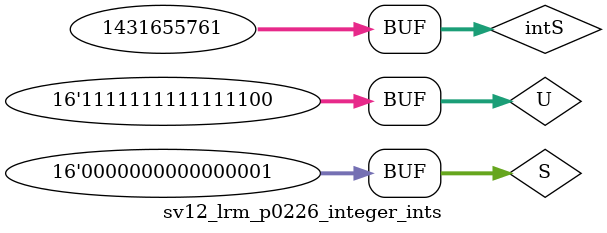
<source format=sv>

module sv12_lrm_p0226_integer_ints;


  integer intS;
  var logic [15:0] U;
  var logic signed [15:0] S;
  
  initial begin
    intS = -4'd12;
    U = intS / 3;       // expression result is -4,
                        // intS is an integer data type, U is 65532
    U = -4'd12;         // U is 65524
    intS = U / 3;       // expression result is 21841,
                        // U is a logic data type
    intS = -4'd12 / 3;  // expression result is 1431655761.
                        // -4'd12 is effectively a 32-bit logic data type
    U = -12 / 3;        // expression result is -4, -12 is effectively
                        // an integer data type. U is 65532
    S = -12 / 3;        // expression result is -4. S is a signed logic
    S = -4'sd12 / 3;    // expression result is 1. -4'sd12 is actually 4.
                        // The rules for integer division yield 4/3==1
  end
endmodule : sv12_lrm_p0226_integer_ints

</source>
